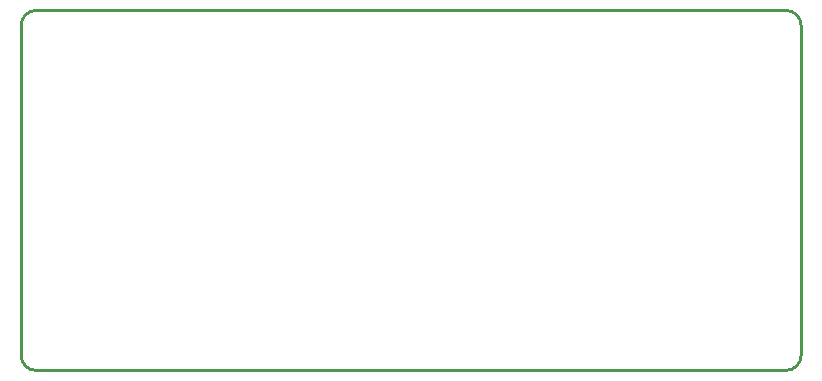
<source format=gko>
G04*
G04 #@! TF.GenerationSoftware,Altium Limited,Altium Designer,21.1.1 (26)*
G04*
G04 Layer_Color=16711935*
%FSLAX25Y25*%
%MOIN*%
G70*
G04*
G04 #@! TF.SameCoordinates,92C3B5E9-EA3E-484C-A3A4-AEB32AC4DFB4*
G04*
G04*
G04 #@! TF.FilePolarity,Positive*
G04*
G01*
G75*
%ADD15C,0.01000*%
D15*
X581724Y315000D02*
G03*
X586724Y320000I0J5000D01*
G01*
X586724Y430000D02*
G03*
X581724Y435000I-5000J0D01*
G01*
X331724Y435000D02*
G03*
X326724Y430000I0J-5000D01*
G01*
X326724Y320000D02*
G03*
X331724Y315000I5000J0D01*
G01*
Y435000D02*
X581724D01*
X326724Y320000D02*
Y430000D01*
X331724Y315000D02*
X581724D01*
X586724Y320000D02*
Y430000D01*
M02*

</source>
